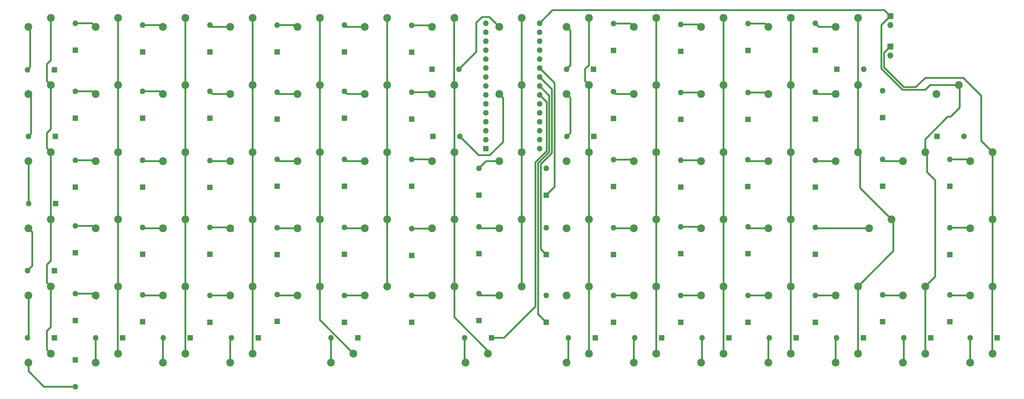
<source format=gbr>
G04 #@! TF.GenerationSoftware,KiCad,Pcbnew,(5.1.6-0-10_14)*
G04 #@! TF.CreationDate,2020-07-14T21:26:00+02:00*
G04 #@! TF.ProjectId,can-ortholinear-keyboard,63616e2d-6f72-4746-986f-6c696e656172,0.1*
G04 #@! TF.SameCoordinates,Original*
G04 #@! TF.FileFunction,Copper,L1,Top*
G04 #@! TF.FilePolarity,Positive*
%FSLAX46Y46*%
G04 Gerber Fmt 4.6, Leading zero omitted, Abs format (unit mm)*
G04 Created by KiCad (PCBNEW (5.1.6-0-10_14)) date 2020-07-14 21:26:00*
%MOMM*%
%LPD*%
G01*
G04 APERTURE LIST*
G04 #@! TA.AperFunction,ComponentPad*
%ADD10C,2.200000*%
G04 #@! TD*
G04 #@! TA.AperFunction,ComponentPad*
%ADD11O,1.700000X1.700000*%
G04 #@! TD*
G04 #@! TA.AperFunction,ComponentPad*
%ADD12R,1.700000X1.700000*%
G04 #@! TD*
G04 #@! TA.AperFunction,ComponentPad*
%ADD13O,1.600000X1.600000*%
G04 #@! TD*
G04 #@! TA.AperFunction,ComponentPad*
%ADD14R,1.600000X1.600000*%
G04 #@! TD*
G04 #@! TA.AperFunction,Conductor*
%ADD15C,0.500000*%
G04 #@! TD*
G04 APERTURE END LIST*
D10*
X159258000Y-57658000D03*
X165608000Y-55118000D03*
X283083000Y-95758000D03*
X289433000Y-93218000D03*
X273558000Y-76708000D03*
X279908000Y-74168000D03*
X311658000Y-133858000D03*
X318008000Y-131318000D03*
X311658000Y-114808000D03*
X318008000Y-112268000D03*
X311658000Y-95758000D03*
X318008000Y-93218000D03*
X311658000Y-76708000D03*
X318008000Y-74168000D03*
D11*
X289052000Y-46736000D03*
D12*
X289052000Y-44196000D03*
D10*
X292608000Y-133858000D03*
X298958000Y-131318000D03*
X292608000Y-114808000D03*
X298958000Y-112268000D03*
X292608000Y-76708000D03*
X298958000Y-74168000D03*
X302133000Y-57658000D03*
X308483000Y-55118000D03*
D11*
X289052000Y-38100000D03*
D12*
X289052000Y-35560000D03*
D10*
X273558000Y-133858000D03*
X279908000Y-131318000D03*
X273558000Y-114808000D03*
X279908000Y-112268000D03*
X273558000Y-57658000D03*
X279908000Y-55118000D03*
X273558000Y-38608000D03*
X279908000Y-36068000D03*
X254508000Y-133858000D03*
X260858000Y-131318000D03*
X254508000Y-114808000D03*
X260858000Y-112268000D03*
X254508000Y-95758000D03*
X260858000Y-93218000D03*
X254508000Y-76708000D03*
X260858000Y-74168000D03*
X254508000Y-57658000D03*
X260858000Y-55118000D03*
X254508000Y-38608000D03*
X260858000Y-36068000D03*
X235458000Y-133858000D03*
X241808000Y-131318000D03*
X235458000Y-114808000D03*
X241808000Y-112268000D03*
X235458000Y-95758000D03*
X241808000Y-93218000D03*
X235458000Y-76708000D03*
X241808000Y-74168000D03*
X235458000Y-57658000D03*
X241808000Y-55118000D03*
X235458000Y-38608000D03*
X241808000Y-36068000D03*
X216408000Y-133858000D03*
X222758000Y-131318000D03*
X216408000Y-114808000D03*
X222758000Y-112268000D03*
X216408000Y-95758000D03*
X222758000Y-93218000D03*
X216408000Y-76708000D03*
X222758000Y-74168000D03*
X216408000Y-57658000D03*
X222758000Y-55118000D03*
X216408000Y-38608000D03*
X222758000Y-36068000D03*
X197358000Y-133858000D03*
X203708000Y-131318000D03*
X197358000Y-114808000D03*
X203708000Y-112268000D03*
X197358000Y-95758000D03*
X203708000Y-93218000D03*
X197358000Y-76708000D03*
X203708000Y-74168000D03*
X197358000Y-57658000D03*
X203708000Y-55118000D03*
X197358000Y-38608000D03*
X203708000Y-36068000D03*
X178308000Y-114808000D03*
X184658000Y-112268000D03*
X178308000Y-95758000D03*
X184658000Y-93218000D03*
X178308000Y-76708000D03*
X184658000Y-74168000D03*
X178308000Y-57658000D03*
X184658000Y-55118000D03*
X178308000Y-38608000D03*
X184658000Y-36068000D03*
X168783000Y-133858000D03*
X175133000Y-131318000D03*
X159258000Y-114808000D03*
X165608000Y-112268000D03*
X159258000Y-95758000D03*
X165608000Y-93218000D03*
X159258000Y-76708000D03*
X165608000Y-74168000D03*
X159258000Y-38608000D03*
X165608000Y-36068000D03*
X140208000Y-114808000D03*
X146558000Y-112268000D03*
X140208000Y-95758000D03*
X146558000Y-93218000D03*
X140208000Y-76708000D03*
X146558000Y-74168000D03*
X140208000Y-57658000D03*
X146558000Y-55118000D03*
X140208000Y-38608000D03*
X146558000Y-36068000D03*
X130683000Y-133858000D03*
X137033000Y-131318000D03*
X121158000Y-114808000D03*
X127508000Y-112268000D03*
X121158000Y-95758000D03*
X127508000Y-93218000D03*
X121158000Y-76708000D03*
X127508000Y-74168000D03*
X121158000Y-57658000D03*
X127508000Y-55118000D03*
X121158000Y-38608000D03*
X127508000Y-36068000D03*
X102108000Y-133858000D03*
X108458000Y-131318000D03*
X102108000Y-114808000D03*
X108458000Y-112268000D03*
X102108000Y-95758000D03*
X108458000Y-93218000D03*
X102108000Y-76708000D03*
X108458000Y-74168000D03*
X102108000Y-57658000D03*
X108458000Y-55118000D03*
X102108000Y-38608000D03*
X108458000Y-36068000D03*
X83058000Y-133858000D03*
X89408000Y-131318000D03*
X83058000Y-114808000D03*
X89408000Y-112268000D03*
X83058000Y-95758000D03*
X89408000Y-93218000D03*
X83058000Y-76708000D03*
X89408000Y-74168000D03*
X83058000Y-57658000D03*
X89408000Y-55118000D03*
X83058000Y-38608000D03*
X89408000Y-36068000D03*
X64008000Y-133858000D03*
X70358000Y-131318000D03*
X64008000Y-114808000D03*
X70358000Y-112268000D03*
X64008000Y-95758000D03*
X70358000Y-93218000D03*
X64008000Y-76708000D03*
X70358000Y-74168000D03*
X64008000Y-57658000D03*
X70358000Y-55118000D03*
X64008000Y-38608000D03*
X70358000Y-36068000D03*
X44958000Y-133858000D03*
X51308000Y-131318000D03*
X44958000Y-114808000D03*
X51308000Y-112268000D03*
X44958000Y-95758000D03*
X51308000Y-93218000D03*
X44958000Y-76708000D03*
X51308000Y-74168000D03*
X44958000Y-57658000D03*
X51308000Y-55118000D03*
X44958000Y-38608000D03*
X51308000Y-36068000D03*
D13*
X311658000Y-126873000D03*
D14*
X319278000Y-126873000D03*
D13*
X305943000Y-114681000D03*
D14*
X305943000Y-122301000D03*
D13*
X305943000Y-95631000D03*
D14*
X305943000Y-103251000D03*
D13*
X305943000Y-76200000D03*
D14*
X305943000Y-83820000D03*
D13*
X286893000Y-56769000D03*
D14*
X286893000Y-64389000D03*
D13*
X292862000Y-126873000D03*
D14*
X300482000Y-126873000D03*
D13*
X286893000Y-114681000D03*
D14*
X286893000Y-122301000D03*
D13*
X286893000Y-76200000D03*
D14*
X286893000Y-83820000D03*
D13*
X309880000Y-69723000D03*
D14*
X302260000Y-69723000D03*
D13*
X281559000Y-50673000D03*
D14*
X273939000Y-50673000D03*
D13*
X273812000Y-126873000D03*
D14*
X281432000Y-126873000D03*
D13*
X267843000Y-114808000D03*
D14*
X267843000Y-122428000D03*
D13*
X267843000Y-95504000D03*
D14*
X267843000Y-103124000D03*
D13*
X267843000Y-76454000D03*
D14*
X267843000Y-84074000D03*
D13*
X267843000Y-57150000D03*
D14*
X267843000Y-64770000D03*
D13*
X267843000Y-37592000D03*
D14*
X267843000Y-45212000D03*
D13*
X254762000Y-126873000D03*
D14*
X262382000Y-126873000D03*
D13*
X248793000Y-114808000D03*
D14*
X248793000Y-122428000D03*
D13*
X248793000Y-95377000D03*
D14*
X248793000Y-102997000D03*
D13*
X248666000Y-76327000D03*
D14*
X248666000Y-83947000D03*
D13*
X248793000Y-57277000D03*
D14*
X248793000Y-64897000D03*
D13*
X248793000Y-37719000D03*
D14*
X248793000Y-45339000D03*
D13*
X235712000Y-126873000D03*
D14*
X243332000Y-126873000D03*
D13*
X229743000Y-114808000D03*
D14*
X229743000Y-122428000D03*
D13*
X229743000Y-95377000D03*
D14*
X229743000Y-102997000D03*
D13*
X229743000Y-76454000D03*
D14*
X229743000Y-84074000D03*
D13*
X229743000Y-57277000D03*
D14*
X229743000Y-64897000D03*
D13*
X229743000Y-37973000D03*
D14*
X229743000Y-45593000D03*
D13*
X216662000Y-126873000D03*
D14*
X224282000Y-126873000D03*
D13*
X210693000Y-114808000D03*
D14*
X210693000Y-122428000D03*
D13*
X210693000Y-95631000D03*
D14*
X210693000Y-103251000D03*
D13*
X210693000Y-76327000D03*
D14*
X210693000Y-83947000D03*
D13*
X210693000Y-57023000D03*
D14*
X210693000Y-64643000D03*
D13*
X210693000Y-37719000D03*
D14*
X210693000Y-45339000D03*
D13*
X197866000Y-126873000D03*
D14*
X205486000Y-126873000D03*
D13*
X191643000Y-114808000D03*
D14*
X191643000Y-122428000D03*
D13*
X191643000Y-95631000D03*
D14*
X191643000Y-103251000D03*
D13*
X191643000Y-78740000D03*
D14*
X191643000Y-86360000D03*
D13*
X197485000Y-69723000D03*
D14*
X205105000Y-69723000D03*
D13*
X197358000Y-50673000D03*
D14*
X204978000Y-50673000D03*
D13*
X172593000Y-114300000D03*
D14*
X172593000Y-121920000D03*
D13*
X172593000Y-95377000D03*
D14*
X172593000Y-102997000D03*
D13*
X172593000Y-78740000D03*
D14*
X172593000Y-86360000D03*
D13*
X167132000Y-69723000D03*
D14*
X159512000Y-69723000D03*
D13*
X166878000Y-50673000D03*
D14*
X159258000Y-50673000D03*
D13*
X168529000Y-126873000D03*
D14*
X176149000Y-126873000D03*
D13*
X153543000Y-114808000D03*
D14*
X153543000Y-122428000D03*
D13*
X153543000Y-95885000D03*
D14*
X153543000Y-103505000D03*
D13*
X153543000Y-76200000D03*
D14*
X153543000Y-83820000D03*
D13*
X153543000Y-57150000D03*
D14*
X153543000Y-64770000D03*
D13*
X153543000Y-38227000D03*
D14*
X153543000Y-45847000D03*
D13*
X134493000Y-114808000D03*
D14*
X134493000Y-122428000D03*
D13*
X134493000Y-95504000D03*
D14*
X134493000Y-103124000D03*
D13*
X134493000Y-76200000D03*
D14*
X134493000Y-83820000D03*
D13*
X134493000Y-56896000D03*
D14*
X134493000Y-64516000D03*
D13*
X134493000Y-38100000D03*
D14*
X134493000Y-45720000D03*
D13*
X130683000Y-126873000D03*
D14*
X138303000Y-126873000D03*
D13*
X115443000Y-114554000D03*
D14*
X115443000Y-122174000D03*
D13*
X115443000Y-95631000D03*
D14*
X115443000Y-103251000D03*
D13*
X115443000Y-76200000D03*
D14*
X115443000Y-83820000D03*
D13*
X115443000Y-57150000D03*
D14*
X115443000Y-64770000D03*
D13*
X115443000Y-38100000D03*
D14*
X115443000Y-45720000D03*
D13*
X102489000Y-126873000D03*
D14*
X110109000Y-126873000D03*
D13*
X96393000Y-114808000D03*
D14*
X96393000Y-122428000D03*
D13*
X96393000Y-95504000D03*
D14*
X96393000Y-103124000D03*
D13*
X96393000Y-76581000D03*
D14*
X96393000Y-84201000D03*
D13*
X96393000Y-56896000D03*
D14*
X96393000Y-64516000D03*
D13*
X96393000Y-38100000D03*
D14*
X96393000Y-45720000D03*
D13*
X83185000Y-126873000D03*
D14*
X90805000Y-126873000D03*
D13*
X77343000Y-114681000D03*
D14*
X77343000Y-122301000D03*
D13*
X77343000Y-95504000D03*
D14*
X77343000Y-103124000D03*
D13*
X77343000Y-76454000D03*
D14*
X77343000Y-84074000D03*
D13*
X77343000Y-56896000D03*
D14*
X77343000Y-64516000D03*
D13*
X77343000Y-38100000D03*
D14*
X77343000Y-45720000D03*
D13*
X64008000Y-126873000D03*
D14*
X71628000Y-126873000D03*
D13*
X58293000Y-114300000D03*
D14*
X58293000Y-121920000D03*
D13*
X58293000Y-95123000D03*
D14*
X58293000Y-102743000D03*
D13*
X58293000Y-76454000D03*
D14*
X58293000Y-84074000D03*
D13*
X58293000Y-56896000D03*
D14*
X58293000Y-64516000D03*
D13*
X58293000Y-37592000D03*
D14*
X58293000Y-45212000D03*
D13*
X58293000Y-140716000D03*
D14*
X58293000Y-133096000D03*
D13*
X44704000Y-126873000D03*
D14*
X52324000Y-126873000D03*
D13*
X44704000Y-107823000D03*
D14*
X52324000Y-107823000D03*
D13*
X45085000Y-88773000D03*
D14*
X52705000Y-88773000D03*
D13*
X44958000Y-69723000D03*
D14*
X52578000Y-69723000D03*
D13*
X44704000Y-50800000D03*
D14*
X52324000Y-50800000D03*
D13*
X189738000Y-37592000D03*
X174498000Y-37592000D03*
X189738000Y-73152000D03*
X174498000Y-40132000D03*
X189738000Y-70612000D03*
X174498000Y-42672000D03*
X189738000Y-68072000D03*
X174498000Y-45212000D03*
X189738000Y-65532000D03*
X174498000Y-47752000D03*
X189738000Y-62992000D03*
X174498000Y-50292000D03*
X189738000Y-60452000D03*
X174498000Y-52832000D03*
X189738000Y-57912000D03*
X174498000Y-55372000D03*
X189738000Y-55372000D03*
X174498000Y-57912000D03*
X189738000Y-52832000D03*
X174498000Y-60452000D03*
X189738000Y-50292000D03*
X174498000Y-62992000D03*
X189738000Y-47752000D03*
X174498000Y-65532000D03*
X189738000Y-45212000D03*
X174498000Y-68072000D03*
X189738000Y-42672000D03*
X174498000Y-70612000D03*
X189738000Y-40132000D03*
D14*
X174498000Y-73152000D03*
D15*
X287401000Y-33909000D02*
X289052000Y-35560000D01*
X193421000Y-33909000D02*
X287401000Y-33909000D01*
X189738000Y-37592000D02*
X193421000Y-33909000D01*
X298958000Y-131318000D02*
X298958000Y-112268000D01*
X299466000Y-79883000D02*
X299466000Y-74676000D01*
X301752000Y-82169000D02*
X299466000Y-79883000D01*
X301752000Y-109474000D02*
X301752000Y-82169000D01*
X299466000Y-74676000D02*
X298958000Y-74168000D01*
X298958000Y-112268000D02*
X301752000Y-109474000D01*
X308737000Y-55372000D02*
X308483000Y-55118000D01*
X308737000Y-61595000D02*
X308737000Y-55372000D01*
X298958000Y-74168000D02*
X298958000Y-70524998D01*
X305347998Y-64135000D02*
X306197000Y-64135000D01*
X306197000Y-64135000D02*
X308737000Y-61595000D01*
X298958000Y-70524998D02*
X305347998Y-64135000D01*
X300355000Y-55118000D02*
X308483000Y-55118000D01*
X289052000Y-35560000D02*
X286523991Y-38088009D01*
X298969990Y-56503010D02*
X300355000Y-55118000D01*
X292551336Y-56503010D02*
X298969990Y-56503010D01*
X286523991Y-50475665D02*
X292551336Y-56503010D01*
X286523991Y-38088009D02*
X286523991Y-50475665D01*
X279908000Y-131318000D02*
X279908000Y-112268000D01*
X280543000Y-74803000D02*
X279908000Y-74168000D01*
X280543000Y-84328000D02*
X280543000Y-74803000D01*
X289433000Y-93218000D02*
X280543000Y-84328000D01*
X289941000Y-93726000D02*
X289433000Y-93218000D01*
X289941000Y-102235000D02*
X289941000Y-93726000D01*
X279908000Y-112268000D02*
X289941000Y-102235000D01*
X279908000Y-74168000D02*
X279908000Y-55118000D01*
X279908000Y-55118000D02*
X279908000Y-36068000D01*
X260858000Y-131318000D02*
X260858000Y-112268000D01*
X260858000Y-112268000D02*
X260858000Y-93218000D01*
X260858000Y-93218000D02*
X260858000Y-74168000D01*
X260858000Y-55118000D02*
X260858000Y-74168000D01*
X260858000Y-36068000D02*
X260858000Y-55118000D01*
X241808000Y-36068000D02*
X241808000Y-55118000D01*
X241808000Y-55118000D02*
X241808000Y-74168000D01*
X241808000Y-74168000D02*
X241808000Y-93218000D01*
X241808000Y-93218000D02*
X241808000Y-112268000D01*
X241808000Y-112268000D02*
X241808000Y-131318000D01*
X222758000Y-131318000D02*
X222758000Y-112268000D01*
X222758000Y-112268000D02*
X222758000Y-93218000D01*
X222758000Y-93218000D02*
X222758000Y-74168000D01*
X222758000Y-74168000D02*
X222758000Y-55118000D01*
X222758000Y-36068000D02*
X222758000Y-55118000D01*
X203708000Y-131318000D02*
X203708000Y-112268000D01*
X202608001Y-50542997D02*
X202608001Y-54018001D01*
X202608001Y-54018001D02*
X203708000Y-55118000D01*
X203708000Y-49442998D02*
X202608001Y-50542997D01*
X203708000Y-36068000D02*
X203708000Y-49442998D01*
X203708000Y-55118000D02*
X203708000Y-74168000D01*
X203708000Y-74168000D02*
X203708000Y-93218000D01*
X203708000Y-93218000D02*
X203708000Y-112268000D01*
X314833000Y-58166000D02*
X314833000Y-70993000D01*
X309753000Y-53086000D02*
X314833000Y-58166000D01*
X298958000Y-53086000D02*
X309753000Y-53086000D01*
X289052000Y-44196000D02*
X287274000Y-45974000D01*
X296291000Y-55753000D02*
X298958000Y-53086000D01*
X314833000Y-70993000D02*
X318008000Y-74168000D01*
X287274000Y-50165000D02*
X292862000Y-55753000D01*
X292862000Y-55753000D02*
X296291000Y-55753000D01*
X287274000Y-45974000D02*
X287274000Y-50165000D01*
X317977999Y-112298001D02*
X318008000Y-112268000D01*
X317977999Y-131287999D02*
X317977999Y-112298001D01*
X318008000Y-131318000D02*
X317977999Y-131287999D01*
X318008000Y-112268000D02*
X318008000Y-93218000D01*
X318008000Y-74168000D02*
X318008000Y-93218000D01*
X184658000Y-36068000D02*
X184658000Y-55118000D01*
X184658000Y-55118000D02*
X184658000Y-74168000D01*
X184658000Y-74168000D02*
X184658000Y-93218000D01*
X184658000Y-93218000D02*
X184658000Y-112268000D01*
X165577999Y-55087999D02*
X165608000Y-55118000D01*
X165577999Y-36098001D02*
X165577999Y-55087999D01*
X165608000Y-36068000D02*
X165577999Y-36098001D01*
X165608000Y-55118000D02*
X165608000Y-74168000D01*
X165608000Y-74168000D02*
X165608000Y-93218000D01*
X165608000Y-93218000D02*
X165608000Y-112268000D01*
X175133000Y-130556000D02*
X175133000Y-131318000D01*
X165608000Y-121031000D02*
X175133000Y-130556000D01*
X165608000Y-112268000D02*
X165608000Y-121031000D01*
X191769996Y-59943996D02*
X191769996Y-73824656D01*
X188548001Y-117996001D02*
X179671002Y-126873000D01*
X189738000Y-57912000D02*
X191769996Y-59943996D01*
X191769996Y-73824656D02*
X188548001Y-77046651D01*
X188548001Y-77046651D02*
X188548001Y-117996001D01*
X179671002Y-126873000D02*
X176149000Y-126873000D01*
X146558000Y-112268000D02*
X146558000Y-93218000D01*
X146558000Y-93218000D02*
X146558000Y-74168000D01*
X146558000Y-74168000D02*
X146558000Y-55118000D01*
X146558000Y-55118000D02*
X146558000Y-36068000D01*
X192520007Y-58154007D02*
X192520007Y-74135319D01*
X189738000Y-55372000D02*
X192520007Y-58154007D01*
X189357000Y-77298326D02*
X189357000Y-120142000D01*
X189357000Y-120142000D02*
X191643000Y-122428000D01*
X192520007Y-74135319D02*
X189357000Y-77298326D01*
X127508000Y-121793000D02*
X127508000Y-112268000D01*
X137033000Y-131318000D02*
X127508000Y-121793000D01*
X127508000Y-93218000D02*
X127508000Y-112268000D01*
X127508000Y-93218000D02*
X127508000Y-74168000D01*
X127508000Y-74168000D02*
X127508000Y-55118000D01*
X127508000Y-36068000D02*
X127508000Y-55118000D01*
X190107010Y-77608990D02*
X190107010Y-101715010D01*
X193270018Y-74445982D02*
X190107010Y-77608990D01*
X190107010Y-101715010D02*
X191643000Y-103251000D01*
X193270018Y-56364018D02*
X193270018Y-74445982D01*
X189738000Y-52832000D02*
X193270018Y-56364018D01*
X108458000Y-131318000D02*
X108458000Y-112268000D01*
X108458000Y-112268000D02*
X108458000Y-93218000D01*
X108458000Y-93218000D02*
X108458000Y-74168000D01*
X108458000Y-74168000D02*
X108458000Y-55118000D01*
X108458000Y-55118000D02*
X108458000Y-36068000D01*
X194020027Y-83982973D02*
X191643000Y-86360000D01*
X194020027Y-54574027D02*
X194020027Y-83982973D01*
X189738000Y-50292000D02*
X194020027Y-54574027D01*
X89408000Y-131318000D02*
X89408000Y-112268000D01*
X89408000Y-93218000D02*
X89408000Y-112268000D01*
X89408000Y-74168000D02*
X89408000Y-93218000D01*
X89408000Y-74168000D02*
X89408000Y-55118000D01*
X89408000Y-36068000D02*
X89408000Y-55118000D01*
X50208001Y-49232999D02*
X50208001Y-54018001D01*
X51308000Y-48133000D02*
X50208001Y-49232999D01*
X50208001Y-54018001D02*
X51308000Y-55118000D01*
X51308000Y-36068000D02*
X51308000Y-48133000D01*
X50208001Y-73068001D02*
X51308000Y-74168000D01*
X50208001Y-68790999D02*
X50208001Y-73068001D01*
X51308000Y-67691000D02*
X50208001Y-68790999D01*
X51308000Y-55118000D02*
X51308000Y-67691000D01*
X51308000Y-74168000D02*
X51308000Y-93218000D01*
X50208001Y-130218001D02*
X51308000Y-131318000D01*
X50208001Y-124924999D02*
X50208001Y-130218001D01*
X51308000Y-123825000D02*
X50208001Y-124924999D01*
X51308000Y-112268000D02*
X51308000Y-123825000D01*
X50208001Y-111168001D02*
X51308000Y-112268000D01*
X50208001Y-106128999D02*
X50208001Y-111168001D01*
X51308000Y-105029000D02*
X50208001Y-106128999D01*
X51308000Y-93218000D02*
X51308000Y-105029000D01*
X70327999Y-112298001D02*
X70358000Y-112268000D01*
X70327999Y-131287999D02*
X70327999Y-112298001D01*
X70358000Y-131318000D02*
X70327999Y-131287999D01*
X70358000Y-112268000D02*
X70358000Y-93218000D01*
X70358000Y-93218000D02*
X70358000Y-74168000D01*
X70358000Y-74168000D02*
X70358000Y-55118000D01*
X70358000Y-55118000D02*
X70358000Y-36068000D01*
X45503999Y-39153999D02*
X44958000Y-38608000D01*
X45503999Y-50000001D02*
X45503999Y-39153999D01*
X44704000Y-50800000D02*
X45503999Y-50000001D01*
X45757999Y-58457999D02*
X44958000Y-57658000D01*
X45757999Y-68923001D02*
X45757999Y-58457999D01*
X44958000Y-69723000D02*
X45757999Y-68923001D01*
X45085000Y-76835000D02*
X44958000Y-76708000D01*
X45085000Y-88773000D02*
X45085000Y-76835000D01*
X46057999Y-106469001D02*
X44704000Y-107823000D01*
X46057999Y-96857999D02*
X46057999Y-106469001D01*
X44958000Y-95758000D02*
X46057999Y-96857999D01*
X45038001Y-114888001D02*
X44958000Y-114808000D01*
X45038001Y-126538999D02*
X45038001Y-114888001D01*
X44704000Y-126873000D02*
X45038001Y-126538999D01*
X49385998Y-140716000D02*
X45038001Y-136368003D01*
X45038001Y-133938001D02*
X44958000Y-133858000D01*
X45038001Y-136368003D02*
X45038001Y-133938001D01*
X58293000Y-140716000D02*
X49385998Y-140716000D01*
X62992000Y-37592000D02*
X64008000Y-38608000D01*
X58293000Y-37592000D02*
X62992000Y-37592000D01*
X63246000Y-56896000D02*
X64008000Y-57658000D01*
X58293000Y-56896000D02*
X63246000Y-56896000D01*
X63754000Y-76708000D02*
X64262000Y-77216000D01*
X63754000Y-76454000D02*
X64008000Y-76708000D01*
X58293000Y-76454000D02*
X63754000Y-76454000D01*
X63373000Y-95123000D02*
X64008000Y-95758000D01*
X58293000Y-95123000D02*
X63373000Y-95123000D01*
X63246000Y-114808000D02*
X64262000Y-115824000D01*
X63500000Y-114300000D02*
X64008000Y-114808000D01*
X58293000Y-114300000D02*
X63500000Y-114300000D01*
X64008000Y-133858000D02*
X64008000Y-126873000D01*
X82550000Y-38100000D02*
X83058000Y-38608000D01*
X77343000Y-38100000D02*
X82550000Y-38100000D01*
X83058000Y-57404000D02*
X83566000Y-57912000D01*
X82296000Y-56896000D02*
X83058000Y-57658000D01*
X77343000Y-56896000D02*
X82296000Y-56896000D01*
X83058000Y-76708000D02*
X83566000Y-77216000D01*
X77597000Y-76708000D02*
X77343000Y-76454000D01*
X83058000Y-76708000D02*
X77597000Y-76708000D01*
X83058000Y-96012000D02*
X83566000Y-96520000D01*
X77597000Y-95758000D02*
X77343000Y-95504000D01*
X83058000Y-95758000D02*
X77597000Y-95758000D01*
X77470000Y-114808000D02*
X77343000Y-114681000D01*
X83058000Y-114808000D02*
X77470000Y-114808000D01*
X83058000Y-127000000D02*
X83185000Y-126873000D01*
X83058000Y-133858000D02*
X83058000Y-127000000D01*
X102362000Y-38100000D02*
X102870000Y-38608000D01*
X96901000Y-38608000D02*
X96393000Y-38100000D01*
X102108000Y-38608000D02*
X96901000Y-38608000D01*
X97155000Y-57658000D02*
X96393000Y-56896000D01*
X102108000Y-57658000D02*
X97155000Y-57658000D01*
X102362000Y-76708000D02*
X102870000Y-77216000D01*
X96520000Y-76708000D02*
X96393000Y-76581000D01*
X102108000Y-76708000D02*
X96520000Y-76708000D01*
X101854000Y-95504000D02*
X102870000Y-96520000D01*
X101854000Y-95504000D02*
X102108000Y-95758000D01*
X96393000Y-95504000D02*
X101854000Y-95504000D01*
X96393000Y-114808000D02*
X102108000Y-114808000D01*
X102108000Y-127254000D02*
X102489000Y-126873000D01*
X102108000Y-133858000D02*
X102108000Y-127254000D01*
X120650000Y-38100000D02*
X121158000Y-38608000D01*
X115443000Y-38100000D02*
X120650000Y-38100000D01*
X115951000Y-57658000D02*
X115443000Y-57150000D01*
X121158000Y-57658000D02*
X115951000Y-57658000D01*
X115951000Y-76708000D02*
X115443000Y-76200000D01*
X121158000Y-76708000D02*
X115951000Y-76708000D01*
X115570000Y-95758000D02*
X115443000Y-95631000D01*
X121158000Y-95758000D02*
X115570000Y-95758000D01*
X115697000Y-114808000D02*
X115443000Y-114554000D01*
X121158000Y-114808000D02*
X115697000Y-114808000D01*
X130683000Y-133858000D02*
X130683000Y-126873000D01*
X135001000Y-38608000D02*
X134493000Y-38100000D01*
X140208000Y-38608000D02*
X135001000Y-38608000D01*
X135255000Y-57658000D02*
X134493000Y-56896000D01*
X140208000Y-57658000D02*
X135255000Y-57658000D01*
X135001000Y-76708000D02*
X134493000Y-76200000D01*
X140208000Y-76708000D02*
X135001000Y-76708000D01*
X134747000Y-95758000D02*
X134493000Y-95504000D01*
X140208000Y-95758000D02*
X134747000Y-95758000D01*
X134493000Y-114808000D02*
X140208000Y-114808000D01*
X158877000Y-38227000D02*
X159258000Y-38608000D01*
X153543000Y-38227000D02*
X158877000Y-38227000D01*
X158750000Y-57150000D02*
X159258000Y-57658000D01*
X153543000Y-57150000D02*
X158750000Y-57150000D01*
X158750000Y-76200000D02*
X159258000Y-76708000D01*
X153543000Y-76200000D02*
X158750000Y-76200000D01*
X159131000Y-95885000D02*
X159258000Y-95758000D01*
X153543000Y-95885000D02*
X159131000Y-95885000D01*
X153543000Y-114808000D02*
X159258000Y-114808000D01*
X168529000Y-133604000D02*
X168783000Y-133858000D01*
X168529000Y-126873000D02*
X168529000Y-133604000D01*
X171831000Y-37465000D02*
X171831000Y-45720000D01*
X171831000Y-45720000D02*
X166878000Y-50673000D01*
X173482000Y-35814000D02*
X171831000Y-37465000D01*
X175514000Y-35814000D02*
X173482000Y-35814000D01*
X178308000Y-38608000D02*
X175514000Y-35814000D01*
X172466000Y-75057000D02*
X167132000Y-69723000D01*
X179407999Y-71290001D02*
X175641000Y-75057000D01*
X179407999Y-58757999D02*
X179407999Y-71290001D01*
X175641000Y-75057000D02*
X172466000Y-75057000D01*
X178308000Y-57658000D02*
X179407999Y-58757999D01*
X174625000Y-76708000D02*
X172593000Y-78740000D01*
X178308000Y-76708000D02*
X174625000Y-76708000D01*
X172974000Y-95758000D02*
X172593000Y-95377000D01*
X178308000Y-95758000D02*
X172974000Y-95758000D01*
X173101000Y-114808000D02*
X172593000Y-114300000D01*
X178308000Y-114808000D02*
X173101000Y-114808000D01*
X198457999Y-49573001D02*
X197358000Y-50673000D01*
X198457999Y-39707999D02*
X198457999Y-49573001D01*
X197358000Y-38608000D02*
X198457999Y-39707999D01*
X198457999Y-68750001D02*
X197485000Y-69723000D01*
X198457999Y-58757999D02*
X198457999Y-68750001D01*
X197358000Y-57658000D02*
X198457999Y-58757999D01*
X197866000Y-133350000D02*
X197358000Y-133858000D01*
X197866000Y-126873000D02*
X197866000Y-133350000D01*
X215519000Y-37719000D02*
X216408000Y-38608000D01*
X210693000Y-37719000D02*
X215519000Y-37719000D01*
X211328000Y-57658000D02*
X210693000Y-57023000D01*
X216408000Y-57658000D02*
X211328000Y-57658000D01*
X216027000Y-76327000D02*
X216408000Y-76708000D01*
X210693000Y-76327000D02*
X216027000Y-76327000D01*
X210820000Y-95758000D02*
X210693000Y-95631000D01*
X216408000Y-95758000D02*
X210820000Y-95758000D01*
X216408000Y-114808000D02*
X210693000Y-114808000D01*
X216408000Y-127127000D02*
X216662000Y-126873000D01*
X216408000Y-133858000D02*
X216408000Y-127127000D01*
X234823000Y-37973000D02*
X235458000Y-38608000D01*
X229743000Y-37973000D02*
X234823000Y-37973000D01*
X235077000Y-57277000D02*
X235458000Y-57658000D01*
X229743000Y-57277000D02*
X235077000Y-57277000D01*
X235204000Y-76454000D02*
X235458000Y-76708000D01*
X229743000Y-76454000D02*
X235204000Y-76454000D01*
X235077000Y-95377000D02*
X235458000Y-95758000D01*
X229743000Y-95377000D02*
X235077000Y-95377000D01*
X229743000Y-114808000D02*
X235458000Y-114808000D01*
X235712000Y-133604000D02*
X235458000Y-133858000D01*
X235712000Y-126873000D02*
X235712000Y-133604000D01*
X253619000Y-37719000D02*
X254508000Y-38608000D01*
X248793000Y-37719000D02*
X253619000Y-37719000D01*
X254127000Y-57277000D02*
X254508000Y-57658000D01*
X248793000Y-57277000D02*
X254127000Y-57277000D01*
X249047000Y-76708000D02*
X248666000Y-76327000D01*
X254508000Y-76708000D02*
X249047000Y-76708000D01*
X249174000Y-95758000D02*
X248793000Y-95377000D01*
X254508000Y-95758000D02*
X249174000Y-95758000D01*
X254508000Y-114808000D02*
X248793000Y-114808000D01*
X254508000Y-127127000D02*
X254762000Y-126873000D01*
X254508000Y-133858000D02*
X254508000Y-127127000D01*
X268859000Y-38608000D02*
X267843000Y-37592000D01*
X273558000Y-38608000D02*
X268859000Y-38608000D01*
X268351000Y-57658000D02*
X267843000Y-57150000D01*
X273558000Y-57658000D02*
X268351000Y-57658000D01*
X268097000Y-76708000D02*
X267843000Y-76454000D01*
X273558000Y-76708000D02*
X268097000Y-76708000D01*
X268097000Y-95758000D02*
X267843000Y-95504000D01*
X283083000Y-95758000D02*
X268097000Y-95758000D01*
X273558000Y-114808000D02*
X267843000Y-114808000D01*
X273558000Y-127127000D02*
X273812000Y-126873000D01*
X273558000Y-133858000D02*
X273558000Y-127127000D01*
X287401000Y-76708000D02*
X286893000Y-76200000D01*
X292608000Y-76708000D02*
X287401000Y-76708000D01*
X287020000Y-114808000D02*
X286893000Y-114681000D01*
X292608000Y-114808000D02*
X287020000Y-114808000D01*
X292862000Y-133604000D02*
X292608000Y-133858000D01*
X292862000Y-126873000D02*
X292862000Y-133604000D01*
X311150000Y-76200000D02*
X311658000Y-76708000D01*
X305943000Y-76200000D02*
X311150000Y-76200000D01*
X311531000Y-95631000D02*
X311658000Y-95758000D01*
X305943000Y-95631000D02*
X311531000Y-95631000D01*
X306070000Y-114808000D02*
X305943000Y-114681000D01*
X311658000Y-114808000D02*
X306070000Y-114808000D01*
X311658000Y-133858000D02*
X311658000Y-126873000D01*
M02*

</source>
